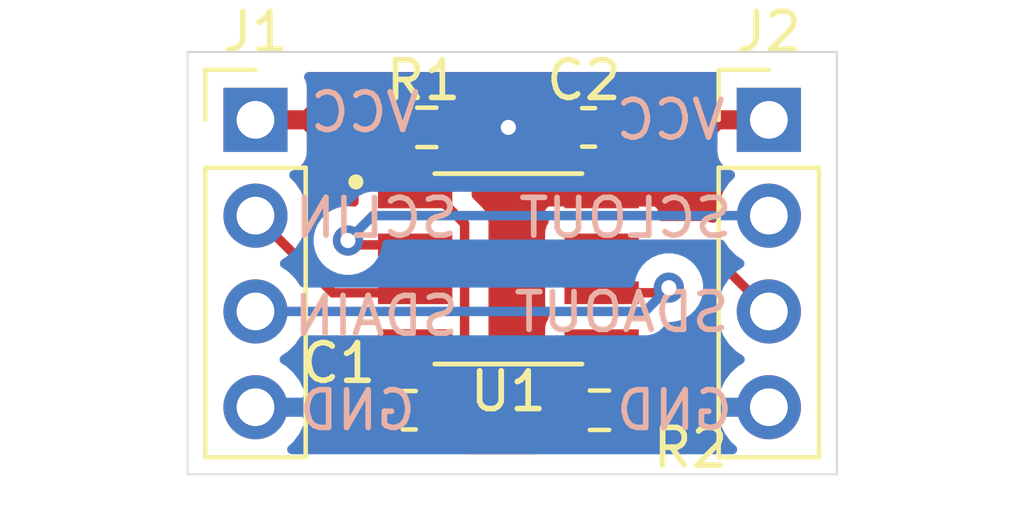
<source format=kicad_pcb>
(kicad_pcb (version 20171130) (host pcbnew "(5.1.7)-1")

  (general
    (thickness 1.6)
    (drawings 12)
    (tracks 29)
    (zones 0)
    (modules 7)
    (nets 9)
  )

  (page A4)
  (layers
    (0 F.Cu signal)
    (31 B.Cu signal)
    (32 B.Adhes user)
    (33 F.Adhes user)
    (34 B.Paste user)
    (35 F.Paste user)
    (36 B.SilkS user)
    (37 F.SilkS user)
    (38 B.Mask user)
    (39 F.Mask user)
    (40 Dwgs.User user)
    (41 Cmts.User user)
    (42 Eco1.User user)
    (43 Eco2.User user)
    (44 Edge.Cuts user)
    (45 Margin user)
    (46 B.CrtYd user)
    (47 F.CrtYd user)
    (48 B.Fab user)
    (49 F.Fab user)
  )

  (setup
    (last_trace_width 0.25)
    (trace_clearance 0.2)
    (zone_clearance 0.508)
    (zone_45_only no)
    (trace_min 0.2)
    (via_size 0.8)
    (via_drill 0.4)
    (via_min_size 0.4)
    (via_min_drill 0.3)
    (uvia_size 0.3)
    (uvia_drill 0.1)
    (uvias_allowed no)
    (uvia_min_size 0.2)
    (uvia_min_drill 0.1)
    (edge_width 0.05)
    (segment_width 0.2)
    (pcb_text_width 0.3)
    (pcb_text_size 1.5 1.5)
    (mod_edge_width 0.12)
    (mod_text_size 1 1)
    (mod_text_width 0.15)
    (pad_size 1.524 1.524)
    (pad_drill 0.762)
    (pad_to_mask_clearance 0)
    (aux_axis_origin 0 0)
    (grid_origin 139.45 77.02)
    (visible_elements 7FFFFFFF)
    (pcbplotparams
      (layerselection 0x010fc_ffffffff)
      (usegerberextensions false)
      (usegerberattributes false)
      (usegerberadvancedattributes false)
      (creategerberjobfile false)
      (excludeedgelayer true)
      (linewidth 0.100000)
      (plotframeref false)
      (viasonmask false)
      (mode 1)
      (useauxorigin false)
      (hpglpennumber 1)
      (hpglpenspeed 20)
      (hpglpendiameter 15.000000)
      (psnegative false)
      (psa4output false)
      (plotreference true)
      (plotvalue false)
      (plotinvisibletext false)
      (padsonsilk false)
      (subtractmaskfromsilk false)
      (outputformat 1)
      (mirror false)
      (drillshape 0)
      (scaleselection 1)
      (outputdirectory "./gerbers"))
  )

  (net 0 "")
  (net 1 GND)
  (net 2 SDAIN)
  (net 3 SCLIN)
  (net 4 SDAOUT)
  (net 5 SCLOUT)
  (net 6 "Net-(R2-Pad2)")
  (net 7 "Net-(C1-Pad1)")
  (net 8 VCC)

  (net_class Default "This is the default net class."
    (clearance 0.2)
    (trace_width 0.25)
    (via_dia 0.8)
    (via_drill 0.4)
    (uvia_dia 0.3)
    (uvia_drill 0.1)
    (add_net GND)
    (add_net "Net-(C1-Pad1)")
    (add_net "Net-(R2-Pad2)")
    (add_net SCLIN)
    (add_net SCLOUT)
    (add_net SDAIN)
    (add_net SDAOUT)
    (add_net VCC)
  )

  (module Capacitor_SMD:C_0603_1608Metric_Pad1.05x0.95mm_HandSolder (layer F.Cu) (tedit 5B301BBE) (tstamp 5FD6BCD4)
    (at 150.075 79.02 180)
    (descr "Capacitor SMD 0603 (1608 Metric), square (rectangular) end terminal, IPC_7351 nominal with elongated pad for handsoldering. (Body size source: http://www.tortai-tech.com/upload/download/2011102023233369053.pdf), generated with kicad-footprint-generator")
    (tags "capacitor handsolder")
    (path /5FD6BC2E)
    (attr smd)
    (fp_text reference C2 (at 0.125 1.25) (layer F.SilkS)
      (effects (font (size 1 1) (thickness 0.15)))
    )
    (fp_text value 0.01uF (at 0 1.43) (layer F.Fab)
      (effects (font (size 1 1) (thickness 0.15)))
    )
    (fp_line (start 1.65 0.73) (end -1.65 0.73) (layer F.CrtYd) (width 0.05))
    (fp_line (start 1.65 -0.73) (end 1.65 0.73) (layer F.CrtYd) (width 0.05))
    (fp_line (start -1.65 -0.73) (end 1.65 -0.73) (layer F.CrtYd) (width 0.05))
    (fp_line (start -1.65 0.73) (end -1.65 -0.73) (layer F.CrtYd) (width 0.05))
    (fp_line (start -0.171267 0.51) (end 0.171267 0.51) (layer F.SilkS) (width 0.12))
    (fp_line (start -0.171267 -0.51) (end 0.171267 -0.51) (layer F.SilkS) (width 0.12))
    (fp_line (start 0.8 0.4) (end -0.8 0.4) (layer F.Fab) (width 0.1))
    (fp_line (start 0.8 -0.4) (end 0.8 0.4) (layer F.Fab) (width 0.1))
    (fp_line (start -0.8 -0.4) (end 0.8 -0.4) (layer F.Fab) (width 0.1))
    (fp_line (start -0.8 0.4) (end -0.8 -0.4) (layer F.Fab) (width 0.1))
    (fp_text user %R (at 0 0) (layer F.Fab)
      (effects (font (size 0.4 0.4) (thickness 0.06)))
    )
    (pad 2 smd roundrect (at 0.875 0 180) (size 1.05 0.95) (layers F.Cu F.Paste F.Mask) (roundrect_rratio 0.25)
      (net 1 GND))
    (pad 1 smd roundrect (at -0.875 0 180) (size 1.05 0.95) (layers F.Cu F.Paste F.Mask) (roundrect_rratio 0.25)
      (net 8 VCC))
    (model ${KISYS3DMOD}/Capacitor_SMD.3dshapes/C_0603_1608Metric.wrl
      (at (xyz 0 0 0))
      (scale (xyz 1 1 1))
      (rotate (xyz 0 0 0))
    )
  )

  (module Connector_PinHeader_2.54mm:PinHeader_1x04_P2.54mm_Vertical (layer F.Cu) (tedit 59FED5CC) (tstamp 5FD6BADE)
    (at 154.85 78.82)
    (descr "Through hole straight pin header, 1x04, 2.54mm pitch, single row")
    (tags "Through hole pin header THT 1x04 2.54mm single row")
    (path /5FD6D63C)
    (fp_text reference J2 (at 0 -2.33) (layer F.SilkS)
      (effects (font (size 1 1) (thickness 0.15)))
    )
    (fp_text value Conn_01x04_Male (at 0 9.95) (layer F.Fab)
      (effects (font (size 1 1) (thickness 0.15)))
    )
    (fp_line (start -0.635 -1.27) (end 1.27 -1.27) (layer F.Fab) (width 0.1))
    (fp_line (start 1.27 -1.27) (end 1.27 8.89) (layer F.Fab) (width 0.1))
    (fp_line (start 1.27 8.89) (end -1.27 8.89) (layer F.Fab) (width 0.1))
    (fp_line (start -1.27 8.89) (end -1.27 -0.635) (layer F.Fab) (width 0.1))
    (fp_line (start -1.27 -0.635) (end -0.635 -1.27) (layer F.Fab) (width 0.1))
    (fp_line (start -1.33 8.95) (end 1.33 8.95) (layer F.SilkS) (width 0.12))
    (fp_line (start -1.33 1.27) (end -1.33 8.95) (layer F.SilkS) (width 0.12))
    (fp_line (start 1.33 1.27) (end 1.33 8.95) (layer F.SilkS) (width 0.12))
    (fp_line (start -1.33 1.27) (end 1.33 1.27) (layer F.SilkS) (width 0.12))
    (fp_line (start -1.33 0) (end -1.33 -1.33) (layer F.SilkS) (width 0.12))
    (fp_line (start -1.33 -1.33) (end 0 -1.33) (layer F.SilkS) (width 0.12))
    (fp_line (start -1.8 -1.8) (end -1.8 9.4) (layer F.CrtYd) (width 0.05))
    (fp_line (start -1.8 9.4) (end 1.8 9.4) (layer F.CrtYd) (width 0.05))
    (fp_line (start 1.8 9.4) (end 1.8 -1.8) (layer F.CrtYd) (width 0.05))
    (fp_line (start 1.8 -1.8) (end -1.8 -1.8) (layer F.CrtYd) (width 0.05))
    (fp_text user %R (at 0 3.81 90) (layer F.Fab)
      (effects (font (size 1 1) (thickness 0.15)))
    )
    (pad 4 thru_hole oval (at 0 7.62) (size 1.7 1.7) (drill 1) (layers *.Cu *.Mask)
      (net 1 GND))
    (pad 3 thru_hole oval (at 0 5.08) (size 1.7 1.7) (drill 1) (layers *.Cu *.Mask)
      (net 4 SDAOUT))
    (pad 2 thru_hole oval (at 0 2.54) (size 1.7 1.7) (drill 1) (layers *.Cu *.Mask)
      (net 5 SCLOUT))
    (pad 1 thru_hole rect (at 0 0) (size 1.7 1.7) (drill 1) (layers *.Cu *.Mask)
      (net 8 VCC))
    (model ${KISYS3DMOD}/Connector_PinHeader_2.54mm.3dshapes/PinHeader_1x04_P2.54mm_Vertical.wrl
      (at (xyz 0 0 0))
      (scale (xyz 1 1 1))
      (rotate (xyz 0 0 0))
    )
  )

  (module Connector_PinHeader_2.54mm:PinHeader_1x04_P2.54mm_Vertical (layer F.Cu) (tedit 59FED5CC) (tstamp 5FD6BA1A)
    (at 141.25 78.82)
    (descr "Through hole straight pin header, 1x04, 2.54mm pitch, single row")
    (tags "Through hole pin header THT 1x04 2.54mm single row")
    (path /5FD6FF4C)
    (fp_text reference J1 (at 0 -2.33) (layer F.SilkS)
      (effects (font (size 1 1) (thickness 0.15)))
    )
    (fp_text value Conn_01x04_Male (at 0 9.95) (layer F.Fab)
      (effects (font (size 1 1) (thickness 0.15)))
    )
    (fp_line (start -0.635 -1.27) (end 1.27 -1.27) (layer F.Fab) (width 0.1))
    (fp_line (start 1.27 -1.27) (end 1.27 8.89) (layer F.Fab) (width 0.1))
    (fp_line (start 1.27 8.89) (end -1.27 8.89) (layer F.Fab) (width 0.1))
    (fp_line (start -1.27 8.89) (end -1.27 -0.635) (layer F.Fab) (width 0.1))
    (fp_line (start -1.27 -0.635) (end -0.635 -1.27) (layer F.Fab) (width 0.1))
    (fp_line (start -1.33 8.95) (end 1.33 8.95) (layer F.SilkS) (width 0.12))
    (fp_line (start -1.33 1.27) (end -1.33 8.95) (layer F.SilkS) (width 0.12))
    (fp_line (start 1.33 1.27) (end 1.33 8.95) (layer F.SilkS) (width 0.12))
    (fp_line (start -1.33 1.27) (end 1.33 1.27) (layer F.SilkS) (width 0.12))
    (fp_line (start -1.33 0) (end -1.33 -1.33) (layer F.SilkS) (width 0.12))
    (fp_line (start -1.33 -1.33) (end 0 -1.33) (layer F.SilkS) (width 0.12))
    (fp_line (start -1.8 -1.8) (end -1.8 9.4) (layer F.CrtYd) (width 0.05))
    (fp_line (start -1.8 9.4) (end 1.8 9.4) (layer F.CrtYd) (width 0.05))
    (fp_line (start 1.8 9.4) (end 1.8 -1.8) (layer F.CrtYd) (width 0.05))
    (fp_line (start 1.8 -1.8) (end -1.8 -1.8) (layer F.CrtYd) (width 0.05))
    (fp_text user %R (at 0 3.81 90) (layer F.Fab)
      (effects (font (size 1 1) (thickness 0.15)))
    )
    (pad 4 thru_hole oval (at 0 7.62) (size 1.7 1.7) (drill 1) (layers *.Cu *.Mask)
      (net 1 GND))
    (pad 3 thru_hole oval (at 0 5.08) (size 1.7 1.7) (drill 1) (layers *.Cu *.Mask)
      (net 2 SDAIN))
    (pad 2 thru_hole oval (at 0 2.54) (size 1.7 1.7) (drill 1) (layers *.Cu *.Mask)
      (net 3 SCLIN))
    (pad 1 thru_hole rect (at 0 0) (size 1.7 1.7) (drill 1) (layers *.Cu *.Mask)
      (net 8 VCC))
    (model ${KISYS3DMOD}/Connector_PinHeader_2.54mm.3dshapes/PinHeader_1x04_P2.54mm_Vertical.wrl
      (at (xyz 0 0 0))
      (scale (xyz 1 1 1))
      (rotate (xyz 0 0 0))
    )
  )

  (module Resistor_SMD:R_0603_1608Metric_Pad0.98x0.95mm_HandSolder (layer F.Cu) (tedit 5F68FEEE) (tstamp 5FD6BA52)
    (at 150.3625 86.52)
    (descr "Resistor SMD 0603 (1608 Metric), square (rectangular) end terminal, IPC_7351 nominal with elongated pad for handsoldering. (Body size source: IPC-SM-782 page 72, https://www.pcb-3d.com/wordpress/wp-content/uploads/ipc-sm-782a_amendment_1_and_2.pdf), generated with kicad-footprint-generator")
    (tags "resistor handsolder")
    (path /5FD7D30C)
    (attr smd)
    (fp_text reference R2 (at 2.4125 1) (layer F.SilkS)
      (effects (font (size 1 1) (thickness 0.15)))
    )
    (fp_text value 10k (at 0 1.43) (layer F.Fab)
      (effects (font (size 1 1) (thickness 0.15)))
    )
    (fp_line (start 1.65 0.73) (end -1.65 0.73) (layer F.CrtYd) (width 0.05))
    (fp_line (start 1.65 -0.73) (end 1.65 0.73) (layer F.CrtYd) (width 0.05))
    (fp_line (start -1.65 -0.73) (end 1.65 -0.73) (layer F.CrtYd) (width 0.05))
    (fp_line (start -1.65 0.73) (end -1.65 -0.73) (layer F.CrtYd) (width 0.05))
    (fp_line (start -0.254724 0.5225) (end 0.254724 0.5225) (layer F.SilkS) (width 0.12))
    (fp_line (start -0.254724 -0.5225) (end 0.254724 -0.5225) (layer F.SilkS) (width 0.12))
    (fp_line (start 0.8 0.4125) (end -0.8 0.4125) (layer F.Fab) (width 0.1))
    (fp_line (start 0.8 -0.4125) (end 0.8 0.4125) (layer F.Fab) (width 0.1))
    (fp_line (start -0.8 -0.4125) (end 0.8 -0.4125) (layer F.Fab) (width 0.1))
    (fp_line (start -0.8 0.4125) (end -0.8 -0.4125) (layer F.Fab) (width 0.1))
    (fp_text user %R (at 0 0) (layer F.Fab)
      (effects (font (size 0.4 0.4) (thickness 0.06)))
    )
    (pad 2 smd roundrect (at 0.9125 0) (size 0.975 0.95) (layers F.Cu F.Paste F.Mask) (roundrect_rratio 0.25)
      (net 6 "Net-(R2-Pad2)"))
    (pad 1 smd roundrect (at -0.9125 0) (size 0.975 0.95) (layers F.Cu F.Paste F.Mask) (roundrect_rratio 0.25)
      (net 8 VCC))
    (model ${KISYS3DMOD}/Resistor_SMD.3dshapes/R_0603_1608Metric.wrl
      (at (xyz 0 0 0))
      (scale (xyz 1 1 1))
      (rotate (xyz 0 0 0))
    )
  )

  (module TCA4311ADR:SOIC127P599X175-8N (layer F.Cu) (tedit 5FD6AA0F) (tstamp 5FD6BA6A)
    (at 147.95 82.77)
    (path /5FD6AC11)
    (fp_text reference U1 (at 0 3.25) (layer F.SilkS)
      (effects (font (size 1 1) (thickness 0.15)))
    )
    (fp_text value TCA4311ADR (at 7.87 3.537) (layer F.Fab)
      (effects (font (size 1 1) (thickness 0.015)))
    )
    (fp_line (start 3.705 -2.7025) (end 3.705 2.7025) (layer F.CrtYd) (width 0.05))
    (fp_line (start -3.705 -2.7025) (end -3.705 2.7025) (layer F.CrtYd) (width 0.05))
    (fp_line (start -3.705 2.7025) (end 3.705 2.7025) (layer F.CrtYd) (width 0.05))
    (fp_line (start -3.705 -2.7025) (end 3.705 -2.7025) (layer F.CrtYd) (width 0.05))
    (fp_line (start 1.95 -2.4525) (end 1.95 2.4525) (layer F.Fab) (width 0.127))
    (fp_line (start -1.95 -2.4525) (end -1.95 2.4525) (layer F.Fab) (width 0.127))
    (fp_line (start -1.95 2.525) (end 1.95 2.525) (layer F.SilkS) (width 0.127))
    (fp_line (start -1.95 -2.525) (end 1.95 -2.525) (layer F.SilkS) (width 0.127))
    (fp_line (start -1.95 2.4525) (end 1.95 2.4525) (layer F.Fab) (width 0.127))
    (fp_line (start -1.95 -2.4525) (end 1.95 -2.4525) (layer F.Fab) (width 0.127))
    (fp_circle (center -4.04 -2.305) (end -3.94 -2.305) (layer F.Fab) (width 0.2))
    (fp_circle (center -4.04 -2.305) (end -3.94 -2.305) (layer F.SilkS) (width 0.2))
    (pad 8 smd rect (at 2.47 -1.905) (size 1.97 0.6) (layers F.Cu F.Paste F.Mask)
      (net 8 VCC))
    (pad 7 smd rect (at 2.47 -0.635) (size 1.97 0.6) (layers F.Cu F.Paste F.Mask)
      (net 4 SDAOUT))
    (pad 6 smd rect (at 2.47 0.635) (size 1.97 0.6) (layers F.Cu F.Paste F.Mask)
      (net 2 SDAIN))
    (pad 5 smd rect (at 2.47 1.905) (size 1.97 0.6) (layers F.Cu F.Paste F.Mask)
      (net 6 "Net-(R2-Pad2)"))
    (pad 4 smd rect (at -2.47 1.905) (size 1.97 0.6) (layers F.Cu F.Paste F.Mask)
      (net 1 GND))
    (pad 3 smd rect (at -2.47 0.635) (size 1.97 0.6) (layers F.Cu F.Paste F.Mask)
      (net 3 SCLIN))
    (pad 2 smd rect (at -2.47 -0.635) (size 1.97 0.6) (layers F.Cu F.Paste F.Mask)
      (net 5 SCLOUT))
    (pad 1 smd rect (at -2.47 -1.905) (size 1.97 0.6) (layers F.Cu F.Paste F.Mask)
      (net 7 "Net-(C1-Pad1)"))
  )

  (module Resistor_SMD:R_0603_1608Metric_Pad0.98x0.95mm_HandSolder (layer F.Cu) (tedit 5F68FEEE) (tstamp 5FD6BA41)
    (at 145.7875 79.02)
    (descr "Resistor SMD 0603 (1608 Metric), square (rectangular) end terminal, IPC_7351 nominal with elongated pad for handsoldering. (Body size source: IPC-SM-782 page 72, https://www.pcb-3d.com/wordpress/wp-content/uploads/ipc-sm-782a_amendment_1_and_2.pdf), generated with kicad-footprint-generator")
    (tags "resistor handsolder")
    (path /5FD6EED8)
    (attr smd)
    (fp_text reference R1 (at -0.0875 -1.25) (layer F.SilkS)
      (effects (font (size 1 1) (thickness 0.15)))
    )
    (fp_text value 100k (at 0 1.43) (layer F.Fab)
      (effects (font (size 1 1) (thickness 0.15)))
    )
    (fp_line (start 1.65 0.73) (end -1.65 0.73) (layer F.CrtYd) (width 0.05))
    (fp_line (start 1.65 -0.73) (end 1.65 0.73) (layer F.CrtYd) (width 0.05))
    (fp_line (start -1.65 -0.73) (end 1.65 -0.73) (layer F.CrtYd) (width 0.05))
    (fp_line (start -1.65 0.73) (end -1.65 -0.73) (layer F.CrtYd) (width 0.05))
    (fp_line (start -0.254724 0.5225) (end 0.254724 0.5225) (layer F.SilkS) (width 0.12))
    (fp_line (start -0.254724 -0.5225) (end 0.254724 -0.5225) (layer F.SilkS) (width 0.12))
    (fp_line (start 0.8 0.4125) (end -0.8 0.4125) (layer F.Fab) (width 0.1))
    (fp_line (start 0.8 -0.4125) (end 0.8 0.4125) (layer F.Fab) (width 0.1))
    (fp_line (start -0.8 -0.4125) (end 0.8 -0.4125) (layer F.Fab) (width 0.1))
    (fp_line (start -0.8 0.4125) (end -0.8 -0.4125) (layer F.Fab) (width 0.1))
    (fp_text user %R (at 0 0) (layer F.Fab)
      (effects (font (size 0.4 0.4) (thickness 0.06)))
    )
    (pad 2 smd roundrect (at 0.9125 0) (size 0.975 0.95) (layers F.Cu F.Paste F.Mask) (roundrect_rratio 0.25)
      (net 8 VCC))
    (pad 1 smd roundrect (at -0.9125 0) (size 0.975 0.95) (layers F.Cu F.Paste F.Mask) (roundrect_rratio 0.25)
      (net 7 "Net-(C1-Pad1)"))
    (model ${KISYS3DMOD}/Resistor_SMD.3dshapes/R_0603_1608Metric.wrl
      (at (xyz 0 0 0))
      (scale (xyz 1 1 1))
      (rotate (xyz 0 0 0))
    )
  )

  (module Capacitor_SMD:C_0603_1608Metric_Pad1.05x0.95mm_HandSolder (layer F.Cu) (tedit 5B301BBE) (tstamp 5FD6BA02)
    (at 145.325 86.52 180)
    (descr "Capacitor SMD 0603 (1608 Metric), square (rectangular) end terminal, IPC_7351 nominal with elongated pad for handsoldering. (Body size source: http://www.tortai-tech.com/upload/download/2011102023233369053.pdf), generated with kicad-footprint-generator")
    (tags "capacitor handsolder")
    (path /5FD7540D)
    (attr smd)
    (fp_text reference C1 (at 1.875 1.25) (layer F.SilkS)
      (effects (font (size 1 1) (thickness 0.15)))
    )
    (fp_text value 0.1uF (at 0 1.43) (layer F.Fab)
      (effects (font (size 1 1) (thickness 0.15)))
    )
    (fp_line (start 1.65 0.73) (end -1.65 0.73) (layer F.CrtYd) (width 0.05))
    (fp_line (start 1.65 -0.73) (end 1.65 0.73) (layer F.CrtYd) (width 0.05))
    (fp_line (start -1.65 -0.73) (end 1.65 -0.73) (layer F.CrtYd) (width 0.05))
    (fp_line (start -1.65 0.73) (end -1.65 -0.73) (layer F.CrtYd) (width 0.05))
    (fp_line (start -0.171267 0.51) (end 0.171267 0.51) (layer F.SilkS) (width 0.12))
    (fp_line (start -0.171267 -0.51) (end 0.171267 -0.51) (layer F.SilkS) (width 0.12))
    (fp_line (start 0.8 0.4) (end -0.8 0.4) (layer F.Fab) (width 0.1))
    (fp_line (start 0.8 -0.4) (end 0.8 0.4) (layer F.Fab) (width 0.1))
    (fp_line (start -0.8 -0.4) (end 0.8 -0.4) (layer F.Fab) (width 0.1))
    (fp_line (start -0.8 0.4) (end -0.8 -0.4) (layer F.Fab) (width 0.1))
    (fp_text user %R (at 0 0) (layer F.Fab)
      (effects (font (size 0.4 0.4) (thickness 0.06)))
    )
    (pad 2 smd roundrect (at 0.875 0 180) (size 1.05 0.95) (layers F.Cu F.Paste F.Mask) (roundrect_rratio 0.25)
      (net 1 GND))
    (pad 1 smd roundrect (at -0.875 0 180) (size 1.05 0.95) (layers F.Cu F.Paste F.Mask) (roundrect_rratio 0.25)
      (net 7 "Net-(C1-Pad1)"))
    (model ${KISYS3DMOD}/Capacitor_SMD.3dshapes/C_0603_1608Metric.wrl
      (at (xyz 0 0 0))
      (scale (xyz 1 1 1))
      (rotate (xyz 0 0 0))
    )
  )

  (gr_text SCLOUT (at 151.05 81.42) (layer B.SilkS) (tstamp 5FD6BD58)
    (effects (font (size 1 1) (thickness 0.15)) (justify mirror))
  )
  (gr_text SDAOUT (at 150.95 83.92) (layer B.SilkS) (tstamp 5FD6BD08)
    (effects (font (size 1 1) (thickness 0.15)) (justify mirror))
  )
  (gr_text GND (at 152.35 86.52) (layer B.SilkS) (tstamp 5FD6BD05)
    (effects (font (size 1 1) (thickness 0.15)) (justify mirror))
  )
  (gr_text VCC (at 152.25 78.82) (layer B.SilkS) (tstamp 5FD6BCEB)
    (effects (font (size 1 1) (thickness 0.15)) (justify mirror))
  )
  (gr_text GND (at 143.95 86.52) (layer B.SilkS) (tstamp 5FD6BCA6)
    (effects (font (size 1 1) (thickness 0.15)) (justify mirror))
  )
  (gr_text SCLIN (at 144.45 81.42) (layer B.SilkS) (tstamp 5FD6BCA6)
    (effects (font (size 1 1) (thickness 0.15)) (justify mirror))
  )
  (gr_text SDAIN (at 144.45 84.02) (layer B.SilkS) (tstamp 5FD6BCA6)
    (effects (font (size 1 1) (thickness 0.15)) (justify mirror))
  )
  (gr_text VCC (at 144.15 78.62) (layer B.SilkS)
    (effects (font (size 1 1) (thickness 0.15)) (justify mirror))
  )
  (gr_line (start 156.65 88.22) (end 156.65 77.02) (layer Edge.Cuts) (width 0.05) (tstamp 5FD6BC3F))
  (gr_line (start 139.45 88.22) (end 156.65 88.22) (layer Edge.Cuts) (width 0.05))
  (gr_line (start 139.45 77.02) (end 139.45 88.22) (layer Edge.Cuts) (width 0.05))
  (gr_line (start 139.45 77.02) (end 156.65 77.02) (layer Edge.Cuts) (width 0.05))

  (segment (start 144.45 85.705) (end 145.48 84.675) (width 0.25) (layer F.Cu) (net 1))
  (segment (start 144.45 86.52) (end 144.45 85.705) (width 0.25) (layer F.Cu) (net 1))
  (via (at 147.95 79.02) (size 0.8) (drill 0.4) (layers F.Cu B.Cu) (net 1))
  (segment (start 149.2 79.02) (end 147.95 79.02) (width 0.25) (layer F.Cu) (net 1))
  (segment (start 144.37 86.44) (end 144.45 86.52) (width 0.25) (layer F.Cu) (net 1))
  (segment (start 141.25 86.44) (end 144.37 86.44) (width 0.25) (layer F.Cu) (net 1))
  (via (at 152.2 83.27) (size 0.8) (drill 0.4) (layers F.Cu B.Cu) (net 2))
  (segment (start 152.065 83.405) (end 152.2 83.27) (width 0.25) (layer F.Cu) (net 2))
  (segment (start 150.42 83.405) (end 152.065 83.405) (width 0.25) (layer F.Cu) (net 2))
  (segment (start 151.57 83.9) (end 141.25 83.9) (width 0.25) (layer B.Cu) (net 2))
  (segment (start 152.2 83.27) (end 151.57 83.9) (width 0.25) (layer B.Cu) (net 2))
  (segment (start 143.295 83.405) (end 141.25 81.36) (width 0.25) (layer F.Cu) (net 3))
  (segment (start 145.48 83.405) (end 143.295 83.405) (width 0.25) (layer F.Cu) (net 3))
  (segment (start 153.085 82.135) (end 154.85 83.9) (width 0.25) (layer F.Cu) (net 4))
  (segment (start 150.42 82.135) (end 153.085 82.135) (width 0.25) (layer F.Cu) (net 4))
  (via (at 143.7 82.02) (size 0.8) (drill 0.4) (layers F.Cu B.Cu) (net 5))
  (segment (start 143.815 82.135) (end 143.7 82.02) (width 0.25) (layer F.Cu) (net 5))
  (segment (start 145.48 82.135) (end 143.815 82.135) (width 0.25) (layer F.Cu) (net 5))
  (segment (start 144.36 81.36) (end 154.85 81.36) (width 0.25) (layer B.Cu) (net 5))
  (segment (start 143.7 82.02) (end 144.36 81.36) (width 0.25) (layer B.Cu) (net 5))
  (segment (start 151.275 85.53) (end 150.42 84.675) (width 0.25) (layer F.Cu) (net 6))
  (segment (start 151.275 86.52) (end 151.275 85.53) (width 0.25) (layer F.Cu) (net 6))
  (segment (start 146.080002 80.865) (end 145.48 80.865) (width 0.25) (layer F.Cu) (net 7))
  (segment (start 146.790001 81.574999) (end 146.080002 80.865) (width 0.25) (layer F.Cu) (net 7))
  (segment (start 146.790001 85.929999) (end 146.790001 81.574999) (width 0.25) (layer F.Cu) (net 7))
  (segment (start 146.2 86.52) (end 146.790001 85.929999) (width 0.25) (layer F.Cu) (net 7))
  (segment (start 145.48 79.625) (end 144.875 79.02) (width 0.25) (layer F.Cu) (net 7))
  (segment (start 145.48 80.865) (end 145.48 79.625) (width 0.25) (layer F.Cu) (net 7))
  (segment (start 149.109999 86.179999) (end 149.45 86.52) (width 0.25) (layer F.Cu) (net 8))

  (zone (net 8) (net_name VCC) (layer F.Cu) (tstamp 0) (hatch edge 0.508)
    (connect_pads (clearance 0.508))
    (min_thickness 0.254)
    (fill yes (arc_segments 32) (thermal_gap 0.508) (thermal_bridge_width 0.508))
    (polygon
      (pts
        (xy 157.1 89.6) (xy 137.9 89.6) (xy 137.9 76.6) (xy 157.1 76.6)
      )
    )
    (filled_polygon
      (pts
        (xy 153.410498 77.72582) (xy 153.374188 77.845518) (xy 153.361928 77.97) (xy 153.365 78.53425) (xy 153.52375 78.693)
        (xy 154.723 78.693) (xy 154.723 78.673) (xy 154.977 78.673) (xy 154.977 78.693) (xy 154.997 78.693)
        (xy 154.997 78.947) (xy 154.977 78.947) (xy 154.977 78.967) (xy 154.723 78.967) (xy 154.723 78.947)
        (xy 153.52375 78.947) (xy 153.365 79.10575) (xy 153.361928 79.67) (xy 153.374188 79.794482) (xy 153.410498 79.91418)
        (xy 153.469463 80.024494) (xy 153.548815 80.121185) (xy 153.645506 80.200537) (xy 153.75582 80.259502) (xy 153.82838 80.281513)
        (xy 153.696525 80.413368) (xy 153.53401 80.656589) (xy 153.422068 80.926842) (xy 153.365 81.21374) (xy 153.365 81.425739)
        (xy 153.233986 81.385997) (xy 153.122333 81.375) (xy 153.122322 81.375) (xy 153.085 81.371324) (xy 153.047678 81.375)
        (xy 152.00487 81.375) (xy 152.030812 81.289482) (xy 152.043072 81.165) (xy 152.04 81.15075) (xy 151.88125 80.992)
        (xy 150.547 80.992) (xy 150.547 81.012) (xy 150.293 81.012) (xy 150.293 80.992) (xy 148.95875 80.992)
        (xy 148.8 81.15075) (xy 148.796928 81.165) (xy 148.809188 81.289482) (xy 148.845498 81.40918) (xy 148.894043 81.5)
        (xy 148.845498 81.59082) (xy 148.809188 81.710518) (xy 148.796928 81.835) (xy 148.796928 82.435) (xy 148.809188 82.559482)
        (xy 148.845498 82.67918) (xy 148.894043 82.77) (xy 148.845498 82.86082) (xy 148.809188 82.980518) (xy 148.796928 83.105)
        (xy 148.796928 83.705) (xy 148.809188 83.829482) (xy 148.845498 83.94918) (xy 148.894043 84.04) (xy 148.845498 84.13082)
        (xy 148.809188 84.250518) (xy 148.796928 84.375) (xy 148.796928 84.975) (xy 148.809188 85.099482) (xy 148.845498 85.21918)
        (xy 148.904463 85.329494) (xy 148.968081 85.407013) (xy 148.9625 85.406928) (xy 148.838018 85.419188) (xy 148.71832 85.455498)
        (xy 148.608006 85.514463) (xy 148.511315 85.593815) (xy 148.431963 85.690506) (xy 148.372998 85.80082) (xy 148.336688 85.920518)
        (xy 148.324428 86.045) (xy 148.3275 86.23425) (xy 148.48625 86.393) (xy 149.323 86.393) (xy 149.323 86.373)
        (xy 149.577 86.373) (xy 149.577 86.393) (xy 149.597 86.393) (xy 149.597 86.647) (xy 149.577 86.647)
        (xy 149.577 86.667) (xy 149.323 86.667) (xy 149.323 86.647) (xy 148.48625 86.647) (xy 148.3275 86.80575)
        (xy 148.324428 86.995) (xy 148.336688 87.119482) (xy 148.372998 87.23918) (xy 148.431963 87.349494) (xy 148.511315 87.446185)
        (xy 148.608006 87.525537) (xy 148.672481 87.56) (xy 146.834584 87.56) (xy 146.973942 87.485512) (xy 147.106623 87.376623)
        (xy 147.215512 87.243942) (xy 147.296423 87.092567) (xy 147.346248 86.928316) (xy 147.363072 86.7575) (xy 147.363072 86.429705)
        (xy 147.424974 86.354276) (xy 147.424975 86.354275) (xy 147.495547 86.222246) (xy 147.539004 86.078985) (xy 147.550001 85.967332)
        (xy 147.550001 85.967323) (xy 147.553677 85.93) (xy 147.550001 85.892677) (xy 147.550001 81.612321) (xy 147.553677 81.574998)
        (xy 147.550001 81.537675) (xy 147.550001 81.537666) (xy 147.539004 81.426013) (xy 147.495547 81.282752) (xy 147.424975 81.150723)
        (xy 147.330002 81.034998) (xy 147.301003 81.0112) (xy 147.103072 80.813268) (xy 147.103072 80.565) (xy 147.090812 80.440518)
        (xy 147.054502 80.32082) (xy 146.995537 80.210506) (xy 146.916185 80.113815) (xy 146.827002 80.040625) (xy 146.827002 79.971252)
        (xy 146.98575 80.13) (xy 147.1875 80.133072) (xy 147.311982 80.120812) (xy 147.43168 80.084502) (xy 147.541994 80.025537)
        (xy 147.585935 79.989475) (xy 147.648102 80.015226) (xy 147.848061 80.055) (xy 148.051939 80.055) (xy 148.251898 80.015226)
        (xy 148.391702 79.957317) (xy 148.426058 79.985512) (xy 148.577433 80.066423) (xy 148.741684 80.116248) (xy 148.9125 80.133072)
        (xy 148.968011 80.133072) (xy 148.904463 80.210506) (xy 148.845498 80.32082) (xy 148.809188 80.440518) (xy 148.796928 80.565)
        (xy 148.8 80.57925) (xy 148.95875 80.738) (xy 150.293 80.738) (xy 150.293 80.718) (xy 150.547 80.718)
        (xy 150.547 80.738) (xy 151.88125 80.738) (xy 152.04 80.57925) (xy 152.043072 80.565) (xy 152.030812 80.440518)
        (xy 151.994502 80.32082) (xy 151.935537 80.210506) (xy 151.856185 80.113815) (xy 151.780517 80.051716) (xy 151.829494 80.025537)
        (xy 151.926185 79.946185) (xy 152.005537 79.849494) (xy 152.064502 79.73918) (xy 152.100812 79.619482) (xy 152.113072 79.495)
        (xy 152.11 79.30575) (xy 151.95125 79.147) (xy 151.077 79.147) (xy 151.077 79.167) (xy 150.823 79.167)
        (xy 150.823 79.147) (xy 150.803 79.147) (xy 150.803 78.893) (xy 150.823 78.893) (xy 150.823 78.06875)
        (xy 151.077 78.06875) (xy 151.077 78.893) (xy 151.95125 78.893) (xy 152.11 78.73425) (xy 152.113072 78.545)
        (xy 152.100812 78.420518) (xy 152.064502 78.30082) (xy 152.005537 78.190506) (xy 151.926185 78.093815) (xy 151.829494 78.014463)
        (xy 151.71918 77.955498) (xy 151.599482 77.919188) (xy 151.475 77.906928) (xy 151.23575 77.91) (xy 151.077 78.06875)
        (xy 150.823 78.06875) (xy 150.66425 77.91) (xy 150.425 77.906928) (xy 150.300518 77.919188) (xy 150.18082 77.955498)
        (xy 150.070506 78.014463) (xy 149.997839 78.074099) (xy 149.973942 78.054488) (xy 149.822567 77.973577) (xy 149.658316 77.923752)
        (xy 149.4875 77.906928) (xy 148.9125 77.906928) (xy 148.741684 77.923752) (xy 148.577433 77.973577) (xy 148.426058 78.054488)
        (xy 148.391702 78.082683) (xy 148.251898 78.024774) (xy 148.051939 77.985) (xy 147.848061 77.985) (xy 147.648102 78.024774)
        (xy 147.585935 78.050525) (xy 147.541994 78.014463) (xy 147.43168 77.955498) (xy 147.311982 77.919188) (xy 147.1875 77.906928)
        (xy 146.98575 77.91) (xy 146.827 78.06875) (xy 146.827 78.893) (xy 146.847 78.893) (xy 146.847 79.147)
        (xy 146.827 79.147) (xy 146.827 79.167) (xy 146.573 79.167) (xy 146.573 79.147) (xy 146.553 79.147)
        (xy 146.553 78.893) (xy 146.573 78.893) (xy 146.573 78.06875) (xy 146.41425 77.91) (xy 146.2125 77.906928)
        (xy 146.088018 77.919188) (xy 145.96832 77.955498) (xy 145.858006 78.014463) (xy 145.761315 78.093815) (xy 145.720283 78.143812)
        (xy 145.611442 78.054488) (xy 145.460067 77.973577) (xy 145.295816 77.923752) (xy 145.125 77.906928) (xy 144.625 77.906928)
        (xy 144.454184 77.923752) (xy 144.289933 77.973577) (xy 144.138558 78.054488) (xy 144.005877 78.163377) (xy 143.896988 78.296058)
        (xy 143.816077 78.447433) (xy 143.766252 78.611684) (xy 143.749428 78.7825) (xy 143.749428 79.2575) (xy 143.766252 79.428316)
        (xy 143.816077 79.592567) (xy 143.896988 79.743942) (xy 144.005877 79.876623) (xy 144.138558 79.985512) (xy 144.185322 80.010508)
        (xy 144.140506 80.034463) (xy 144.043815 80.113815) (xy 143.964463 80.210506) (xy 143.905498 80.32082) (xy 143.869188 80.440518)
        (xy 143.856928 80.565) (xy 143.856928 80.995938) (xy 143.801939 80.985) (xy 143.598061 80.985) (xy 143.398102 81.024774)
        (xy 143.209744 81.102795) (xy 143.040226 81.216063) (xy 142.896063 81.360226) (xy 142.782795 81.529744) (xy 142.704774 81.718102)
        (xy 142.701145 81.736344) (xy 142.691209 81.726408) (xy 142.735 81.50626) (xy 142.735 81.21374) (xy 142.677932 80.926842)
        (xy 142.56599 80.656589) (xy 142.403475 80.413368) (xy 142.27162 80.281513) (xy 142.34418 80.259502) (xy 142.454494 80.200537)
        (xy 142.551185 80.121185) (xy 142.630537 80.024494) (xy 142.689502 79.91418) (xy 142.725812 79.794482) (xy 142.738072 79.67)
        (xy 142.735 79.10575) (xy 142.57625 78.947) (xy 141.377 78.947) (xy 141.377 78.967) (xy 141.123 78.967)
        (xy 141.123 78.947) (xy 141.103 78.947) (xy 141.103 78.693) (xy 141.123 78.693) (xy 141.123 78.673)
        (xy 141.377 78.673) (xy 141.377 78.693) (xy 142.57625 78.693) (xy 142.735 78.53425) (xy 142.738072 77.97)
        (xy 142.725812 77.845518) (xy 142.689502 77.72582) (xy 142.66501 77.68) (xy 153.43499 77.68)
      )
    )
  )
  (zone (net 1) (net_name GND) (layer B.Cu) (tstamp 0) (hatch edge 0.508)
    (connect_pads (clearance 0.508))
    (min_thickness 0.254)
    (fill yes (arc_segments 32) (thermal_gap 0.508) (thermal_bridge_width 0.508))
    (polygon
      (pts
        (xy 156.85 88.82) (xy 138.65 88.82) (xy 138.65 76.92) (xy 138.65 76.82) (xy 156.85 76.82)
      )
    )
    (polygon
      (pts
        (xy 138.75 77.02) (xy 138.95 77.02) (xy 138.71 76.94)
      )
    )
    (filled_polygon
      (pts
        (xy 153.410498 77.72582) (xy 153.374188 77.845518) (xy 153.361928 77.97) (xy 153.361928 79.67) (xy 153.374188 79.794482)
        (xy 153.410498 79.91418) (xy 153.469463 80.024494) (xy 153.548815 80.121185) (xy 153.645506 80.200537) (xy 153.75582 80.259502)
        (xy 153.82838 80.281513) (xy 153.696525 80.413368) (xy 153.571822 80.6) (xy 144.397323 80.6) (xy 144.36 80.596324)
        (xy 144.322677 80.6) (xy 144.322667 80.6) (xy 144.211014 80.610997) (xy 144.067753 80.654454) (xy 143.935723 80.725026)
        (xy 143.852083 80.793668) (xy 143.819999 80.819999) (xy 143.7962 80.848998) (xy 143.660198 80.985) (xy 143.598061 80.985)
        (xy 143.398102 81.024774) (xy 143.209744 81.102795) (xy 143.040226 81.216063) (xy 142.896063 81.360226) (xy 142.782795 81.529744)
        (xy 142.704774 81.718102) (xy 142.665 81.918061) (xy 142.665 82.121939) (xy 142.704774 82.321898) (xy 142.782795 82.510256)
        (xy 142.896063 82.679774) (xy 143.040226 82.823937) (xy 143.209744 82.937205) (xy 143.398102 83.015226) (xy 143.598061 83.055)
        (xy 143.801939 83.055) (xy 144.001898 83.015226) (xy 144.190256 82.937205) (xy 144.359774 82.823937) (xy 144.503937 82.679774)
        (xy 144.617205 82.510256) (xy 144.695226 82.321898) (xy 144.735 82.121939) (xy 144.735 82.12) (xy 153.571822 82.12)
        (xy 153.696525 82.306632) (xy 153.903368 82.513475) (xy 154.07776 82.63) (xy 153.903368 82.746525) (xy 153.696525 82.953368)
        (xy 153.53401 83.196589) (xy 153.422068 83.466842) (xy 153.365 83.75374) (xy 153.365 84.04626) (xy 153.422068 84.333158)
        (xy 153.53401 84.603411) (xy 153.696525 84.846632) (xy 153.903368 85.053475) (xy 154.085534 85.175195) (xy 153.968645 85.244822)
        (xy 153.752412 85.439731) (xy 153.578359 85.67308) (xy 153.453175 85.935901) (xy 153.408524 86.08311) (xy 153.529845 86.313)
        (xy 154.723 86.313) (xy 154.723 86.293) (xy 154.977 86.293) (xy 154.977 86.313) (xy 154.997 86.313)
        (xy 154.997 86.567) (xy 154.977 86.567) (xy 154.977 86.587) (xy 154.723 86.587) (xy 154.723 86.567)
        (xy 153.529845 86.567) (xy 153.408524 86.79689) (xy 153.453175 86.944099) (xy 153.578359 87.20692) (xy 153.752412 87.440269)
        (xy 153.885242 87.56) (xy 142.214758 87.56) (xy 142.347588 87.440269) (xy 142.521641 87.20692) (xy 142.646825 86.944099)
        (xy 142.691476 86.79689) (xy 142.570155 86.567) (xy 141.377 86.567) (xy 141.377 86.587) (xy 141.123 86.587)
        (xy 141.123 86.567) (xy 141.103 86.567) (xy 141.103 86.313) (xy 141.123 86.313) (xy 141.123 86.293)
        (xy 141.377 86.293) (xy 141.377 86.313) (xy 142.570155 86.313) (xy 142.691476 86.08311) (xy 142.646825 85.935901)
        (xy 142.521641 85.67308) (xy 142.347588 85.439731) (xy 142.131355 85.244822) (xy 142.014466 85.175195) (xy 142.196632 85.053475)
        (xy 142.403475 84.846632) (xy 142.528178 84.66) (xy 151.532678 84.66) (xy 151.57 84.663676) (xy 151.607322 84.66)
        (xy 151.607333 84.66) (xy 151.718986 84.649003) (xy 151.862247 84.605546) (xy 151.994276 84.534974) (xy 152.110001 84.440001)
        (xy 152.133803 84.410998) (xy 152.239801 84.305) (xy 152.301939 84.305) (xy 152.501898 84.265226) (xy 152.690256 84.187205)
        (xy 152.859774 84.073937) (xy 153.003937 83.929774) (xy 153.117205 83.760256) (xy 153.195226 83.571898) (xy 153.235 83.371939)
        (xy 153.235 83.168061) (xy 153.195226 82.968102) (xy 153.117205 82.779744) (xy 153.003937 82.610226) (xy 152.859774 82.466063)
        (xy 152.690256 82.352795) (xy 152.501898 82.274774) (xy 152.301939 82.235) (xy 152.098061 82.235) (xy 151.898102 82.274774)
        (xy 151.709744 82.352795) (xy 151.540226 82.466063) (xy 151.396063 82.610226) (xy 151.282795 82.779744) (xy 151.204774 82.968102)
        (xy 151.170582 83.14) (xy 142.528178 83.14) (xy 142.403475 82.953368) (xy 142.196632 82.746525) (xy 142.02224 82.63)
        (xy 142.196632 82.513475) (xy 142.403475 82.306632) (xy 142.56599 82.063411) (xy 142.677932 81.793158) (xy 142.735 81.50626)
        (xy 142.735 81.21374) (xy 142.677932 80.926842) (xy 142.56599 80.656589) (xy 142.403475 80.413368) (xy 142.27162 80.281513)
        (xy 142.34418 80.259502) (xy 142.454494 80.200537) (xy 142.551185 80.121185) (xy 142.630537 80.024494) (xy 142.689502 79.91418)
        (xy 142.725812 79.794482) (xy 142.738072 79.67) (xy 142.738072 77.97) (xy 142.725812 77.845518) (xy 142.689502 77.72582)
        (xy 142.66501 77.68) (xy 153.43499 77.68)
      )
    )
  )
)

</source>
